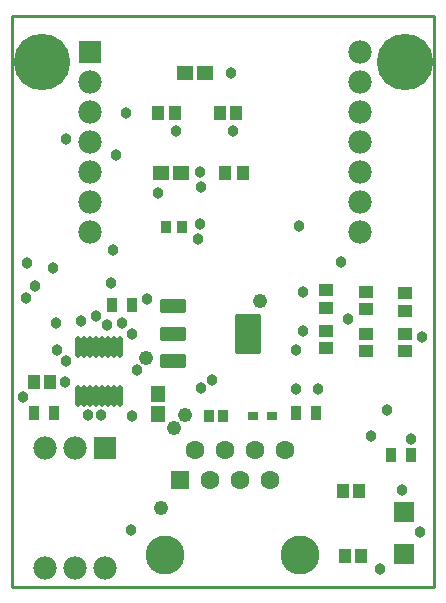
<source format=gts>
G04*
G04 #@! TF.GenerationSoftware,Altium Limited,Altium Designer,19.1.8 (144)*
G04*
G04 Layer_Color=8388736*
%FSLAX24Y24*%
%MOIN*%
G70*
G01*
G75*
%ADD11C,0.0100*%
%ADD14R,0.0533X0.0493*%
%ADD15R,0.0336X0.0493*%
%ADD16O,0.0198X0.0730*%
%ADD17R,0.0395X0.0454*%
%ADD18R,0.0356X0.0415*%
%ADD19R,0.0356X0.0434*%
%ADD20R,0.0434X0.0474*%
%ADD21R,0.0493X0.0533*%
G04:AMPARAMS|DCode=22|XSize=136mil|YSize=88.7mil|CornerRadius=6mil|HoleSize=0mil|Usage=FLASHONLY|Rotation=90.000|XOffset=0mil|YOffset=0mil|HoleType=Round|Shape=RoundedRectangle|*
%AMROUNDEDRECTD22*
21,1,0.1360,0.0767,0,0,90.0*
21,1,0.1239,0.0887,0,0,90.0*
1,1,0.0120,0.0383,0.0620*
1,1,0.0120,0.0383,-0.0620*
1,1,0.0120,-0.0383,-0.0620*
1,1,0.0120,-0.0383,0.0620*
%
%ADD22ROUNDEDRECTD22*%
G04:AMPARAMS|DCode=23|XSize=47.4mil|YSize=88.7mil|CornerRadius=6mil|HoleSize=0mil|Usage=FLASHONLY|Rotation=90.000|XOffset=0mil|YOffset=0mil|HoleType=Round|Shape=RoundedRectangle|*
%AMROUNDEDRECTD23*
21,1,0.0474,0.0768,0,0,90.0*
21,1,0.0354,0.0887,0,0,90.0*
1,1,0.0119,0.0384,0.0177*
1,1,0.0119,0.0384,-0.0177*
1,1,0.0119,-0.0384,-0.0177*
1,1,0.0119,-0.0384,0.0177*
%
%ADD23ROUNDEDRECTD23*%
%ADD24R,0.0671X0.0671*%
%ADD25R,0.0474X0.0395*%
%ADD26R,0.0374X0.0276*%
%ADD27R,0.0395X0.0474*%
%ADD28C,0.1300*%
%ADD29C,0.0631*%
%ADD30R,0.0631X0.0631*%
%ADD31R,0.0780X0.0780*%
%ADD32C,0.0780*%
%ADD33C,0.1880*%
%ADD34R,0.0780X0.0780*%
%ADD35C,0.0380*%
%ADD36C,0.0480*%
D11*
X10000Y10000D02*
Y29050D01*
X24050D01*
X24050Y10000D01*
X10000D02*
X24050D01*
D14*
X15775Y27150D02*
D03*
X16425D02*
D03*
X14975Y23800D02*
D03*
X15625D02*
D03*
D15*
X11400Y15800D02*
D03*
X10731D02*
D03*
X13985Y19400D02*
D03*
X13315D02*
D03*
X20119Y15800D02*
D03*
X19450D02*
D03*
X23285Y14400D02*
D03*
X22615D02*
D03*
D16*
X12211Y16383D02*
D03*
X12408D02*
D03*
X12605D02*
D03*
X12802D02*
D03*
X12998D02*
D03*
X13195D02*
D03*
X13392D02*
D03*
X13589D02*
D03*
X12211Y18017D02*
D03*
X12408D02*
D03*
X12605D02*
D03*
X12802D02*
D03*
X12998D02*
D03*
X13195D02*
D03*
X13392D02*
D03*
X13589D02*
D03*
D17*
X21084Y11050D02*
D03*
X21616D02*
D03*
D18*
X16554Y15700D02*
D03*
X17046D02*
D03*
D19*
X15124Y22000D02*
D03*
X15676D02*
D03*
D20*
X17466Y25800D02*
D03*
X16934D02*
D03*
X11266Y16850D02*
D03*
X10734D02*
D03*
X21566Y13200D02*
D03*
X21034D02*
D03*
D21*
X14850Y15765D02*
D03*
Y16435D02*
D03*
D22*
X17850Y18450D02*
D03*
D23*
X15350Y17544D02*
D03*
Y18450D02*
D03*
Y19356D02*
D03*
D24*
X23050Y12489D02*
D03*
Y11111D02*
D03*
D25*
X23100Y19205D02*
D03*
Y19795D02*
D03*
Y17855D02*
D03*
Y18445D02*
D03*
X21795Y19255D02*
D03*
Y19845D02*
D03*
X20450Y19305D02*
D03*
Y19895D02*
D03*
X21800Y17855D02*
D03*
Y18445D02*
D03*
X20450Y17955D02*
D03*
Y18545D02*
D03*
D26*
X18675Y15700D02*
D03*
X18025D02*
D03*
D27*
X17105Y23800D02*
D03*
X17695D02*
D03*
X14855Y25800D02*
D03*
X15445D02*
D03*
D28*
X15100Y11059D02*
D03*
X19600D02*
D03*
D29*
X17600Y13559D02*
D03*
X17100Y14559D02*
D03*
X18100D02*
D03*
X16600Y13559D02*
D03*
X18600D02*
D03*
X16100Y14559D02*
D03*
X19100D02*
D03*
D30*
X15600Y13559D02*
D03*
D31*
X12600Y27850D02*
D03*
D32*
Y26850D02*
D03*
Y25850D02*
D03*
Y24850D02*
D03*
Y23850D02*
D03*
Y22850D02*
D03*
Y21850D02*
D03*
X21600Y27850D02*
D03*
Y26850D02*
D03*
Y25850D02*
D03*
Y24850D02*
D03*
Y23850D02*
D03*
Y22850D02*
D03*
Y21850D02*
D03*
X12100Y14650D02*
D03*
X11100D02*
D03*
X13100Y10650D02*
D03*
X12100D02*
D03*
X11100D02*
D03*
D33*
X11000Y27500D02*
D03*
X23100D02*
D03*
D34*
X13100Y14650D02*
D03*
D35*
X17300Y27150D02*
D03*
X10350Y16350D02*
D03*
X11500Y17900D02*
D03*
X10450Y19650D02*
D03*
X13650Y18800D02*
D03*
X16250Y22100D02*
D03*
X12300Y18870D02*
D03*
X23650Y18350D02*
D03*
X23300Y14950D02*
D03*
X12950Y15750D02*
D03*
X11750Y16850D02*
D03*
X17350Y25200D02*
D03*
X16250Y23850D02*
D03*
X11800Y17550D02*
D03*
X23000Y13250D02*
D03*
X21200Y18950D02*
D03*
X20950Y20850D02*
D03*
X10500Y20800D02*
D03*
X11350Y20650D02*
D03*
X11450Y18800D02*
D03*
X14000Y18450D02*
D03*
X14150Y17250D02*
D03*
X10750Y20050D02*
D03*
X23600Y11850D02*
D03*
X13950Y11900D02*
D03*
X16200Y21600D02*
D03*
X16300Y16650D02*
D03*
X16650Y16900D02*
D03*
X13150Y18750D02*
D03*
X12800Y19050D02*
D03*
X12534Y15734D02*
D03*
X14000Y15700D02*
D03*
X16300Y23350D02*
D03*
X13350Y21250D02*
D03*
X11800Y24950D02*
D03*
X13800Y25800D02*
D03*
X13450Y24400D02*
D03*
X13300Y20150D02*
D03*
X14850Y23150D02*
D03*
X15450Y25200D02*
D03*
X14500Y19600D02*
D03*
X19550Y22050D02*
D03*
X20200Y16600D02*
D03*
X22500Y15900D02*
D03*
X22250Y10600D02*
D03*
X21950Y15050D02*
D03*
X19450Y17900D02*
D03*
Y16600D02*
D03*
X19700Y18550D02*
D03*
Y19850D02*
D03*
D36*
X15750Y15750D02*
D03*
X15400Y15300D02*
D03*
X14950Y12650D02*
D03*
X18250Y19550D02*
D03*
X14450Y17650D02*
D03*
M02*

</source>
